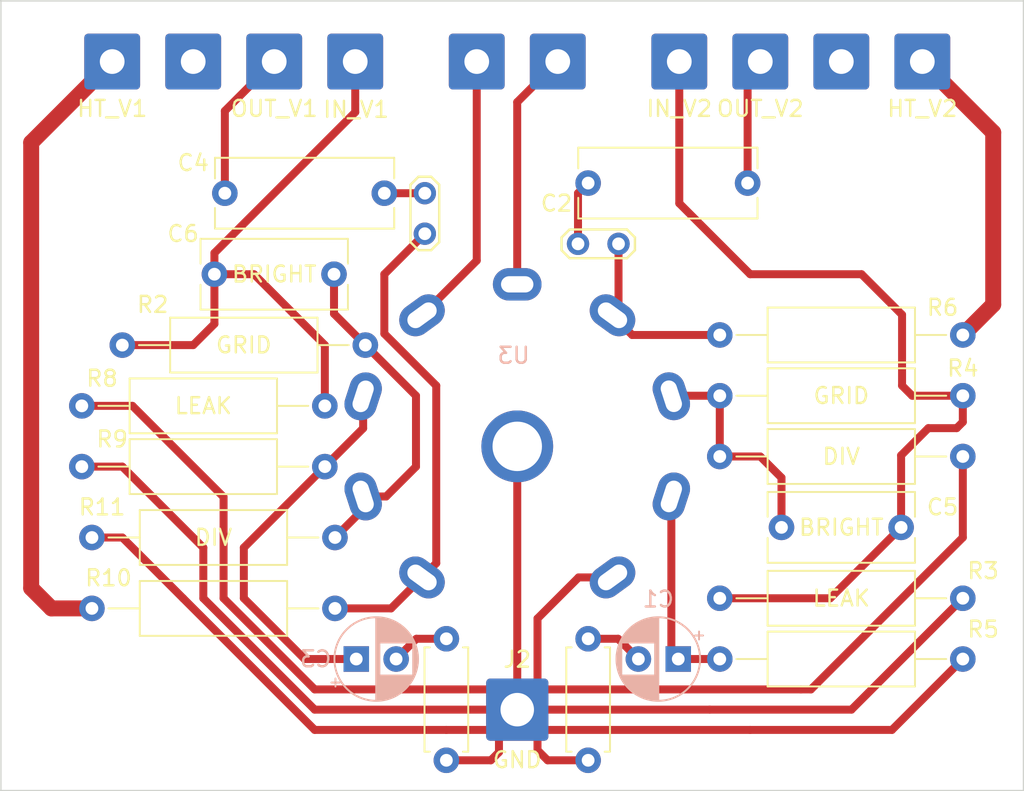
<source format=kicad_pcb>
(kicad_pcb (version 20221018) (generator pcbnew)
  (layers (0 "F.Cu" signal) (31 "B.Cu" signal) (34 "B.Paste" user) (35 "F.Paste" user) (36 "B.SilkS" user "B.Silkscreen") (37 "F.SilkS" user "F.Silkscreen") (38 "B.Mask" user) (39 "F.Mask" user) (44 "Edge.Cuts" user))
  (net 0 "")
  (net 1 "GND")
  (net 2 "Net-(U3A-K)")
  (net 3 "Net-(U3A-A)")
  (net 4 "Net-(J8-Pin_1)")
  (net 5 "Net-(U3B-K)")
  (net 6 "Net-(U3B-A)")
  (net 7 "Net-(J5-Pin_1)")
  (net 8 "-3V3")
  (net 9 "+3V0")
  (net 10 "Net-(J1-Pin_1)")
  (net 11 "Net-(U3A-G)")
  (net 12 "Net-(J7-Pin_1)")
  (net 13 "Net-(U3B-G)")
  (net 14 "Net-(C1-Pad2)")
  (net 15 "Net-(C3-Pad2)")
  (net 16 "Net-(J9-Pin_1)")
  (net 17 "Net-(J10-Pin_1)")
  (net 18 "Net-(C2-Pad1)")
  (net 19 "Net-(C4-Pad1)")
  (footprint "Resistor_THT:R_Axial_DIN0309_L9.0mm_D3.2mm_P15.24mm_Horizontal" (layer "F.Cu") (at 116.205 106.68)
    (fp_text reference "R8" (at 1.27 -1.72) (layer "F.SilkS"))
    (fp_text value "LEAK" (at 7.62 0) (layer "F.SilkS"))
    (pad "1" thru_hole circle (at 0 0) (size 1.6 1.6) (drill 0.8) (layers "*.Cu" "*.Mask") (net 1 "GND"))
    (pad "2" thru_hole oval (at 15.24 0) (size 1.6 1.6) (drill 0.8) (layers "*.Cu" "*.Mask") (net 12 "Net-(J7-Pin_1)"))
  )
  (footprint "Capacitor_THT:C_Rect_L11.0mm_W4.2mm_P10.00mm_MKT" (layer "F.Cu") (at 147.955 92.71)
    (fp_text reference "C2" (at -1.985 1.27) (layer "F.SilkS"))
    (fp_text value "22n")
    (pad "1" thru_hole circle (at 0 0) (size 1.6 1.6) (drill 0.8) (layers "*.Cu" "*.Mask") (net 18 "Net-(C2-Pad1)"))
    (pad "2" thru_hole circle (at 10 0) (size 1.6 1.6) (drill 0.8) (layers "*.Cu" "*.Mask") (net 4 "Net-(J8-Pin_1)"))
  )
  (footprint "Connector_Wire:SolderWire-0.75sqmm_1x01_D1.25mm_OD3.5mm" (layer "F.Cu") (at 168.91 85.09)
    (fp_text reference "J9" hide)
    (fp_text value "HT_V2" (at 0 2.95) (layer "F.SilkS"))
    (pad "1" thru_hole roundrect (at 0 0) (size 3.5 3.5) (drill 1.55) (layers "*.Cu" "*.Mask") (roundrect_rratio 0.07142914286) (net 16 "Net-(J9-Pin_1)"))
  )
  (footprint "Connector_Wire:SolderWire-0.75sqmm_1x01_D1.25mm_OD3.5mm" (layer "F.Cu") (at 133.35 85.09)
    (fp_text reference "J7" hide)
    (fp_text value "IN_V1" (at 0.05437 3.007068) (layer "F.SilkS"))
    (pad "1" thru_hole roundrect (at 0 0) (size 3.5 3.5) (drill 1.55) (layers "*.Cu" "*.Mask") (roundrect_rratio 0.07142914286) (net 12 "Net-(J7-Pin_1)"))
  )
  (footprint "Resistor_THT:R_Axial_DIN0309_L9.0mm_D3.2mm_P15.24mm_Horizontal" (layer "F.Cu") (at 116.84 119.38)
    (fp_text reference "R10" (at 1.04 -1.905) (layer "F.SilkS"))
    (fp_text value "220K")
    (pad "1" thru_hole circle (at 0 0) (size 1.6 1.6) (drill 0.8) (layers "*.Cu" "*.Mask") (net 17 "Net-(J10-Pin_1)"))
    (pad "2" thru_hole oval (at 15.24 0) (size 1.6 1.6) (drill 0.8) (layers "*.Cu" "*.Mask") (net 6 "Net-(U3B-A)"))
  )
  (footprint "Connector_Wire:SolderWire-0.75sqmm_1x01_D1.25mm_OD3.5mm" (layer "F.Cu") (at 118.11 85.09)
    (fp_text reference "J10" hide)
    (fp_text value "HT_V1" (at 0 2.95) (layer "F.SilkS"))
    (pad "1" thru_hole roundrect (at 0 0) (size 3.5 3.5) (drill 1.55) (layers "*.Cu" "*.Mask") (roundrect_rratio 0.07142914286) (net 17 "Net-(J10-Pin_1)"))
  )
  (footprint "Resistor_THT:R_Axial_DIN0207_L6.3mm_D2.5mm_P7.62mm_Horizontal" (layer "F.Cu") (at 139.065 121.285 -90)
    (fp_text reference "R12" hide)
    (fp_text value "100")
    (pad "1" thru_hole circle (at 0 0 270) (size 1.6 1.6) (drill 0.8) (layers "*.Cu" "*.Mask") (net 15 "Net-(C3-Pad2)"))
    (pad "2" thru_hole oval (at 7.62 0 270) (size 1.6 1.6) (drill 0.8) (layers "*.Cu" "*.Mask") (net 1 "GND"))
  )
  (footprint "Connector_Wire:SolderWire-1.5sqmm_1x01_D1.7mm_OD3.9mm" (layer "F.Cu") (at 143.51 125.73)
    (fp_text reference "J2" (at 0 -3.15) (layer "F.SilkS"))
    (fp_text value "GND" (at 0 3.15) (layer "F.SilkS"))
    (pad "1" thru_hole roundrect (at 0 0) (size 3.9 3.9) (drill 2.1) (layers "*.Cu" "*.Mask") (roundrect_rratio 0.06410307692) (net 1 "GND"))
  )
  (footprint "TestPoint:TestPoint_2Pads_Pitch2.54mm_Drill0.8mm" (layer "F.Cu") (at 137.715 93.345 -90)
    (fp_text reference "TP4" hide)
    (fp_text value "TestPoint_2Pole" hide)
    (pad "1" thru_hole circle (at 0 0 270) (size 1.4 1.4) (drill 0.8) (layers "*.Cu" "*.Mask") (net 19 "Net-(C4-Pad1)"))
    (pad "2" thru_hole circle (at 2.54 0 270) (size 1.4 1.4) (drill 0.8) (layers "*.Cu" "*.Mask") (net 6 "Net-(U3B-A)"))
  )
  (footprint "TestPoint:TestPoint_2Pads_Pitch2.54mm_Drill0.8mm" (layer "F.Cu") (at 147.32 96.52)
    (fp_text reference "TP3" hide)
    (fp_text value "TestPoint_2Pole" hide)
    (pad "1" thru_hole circle (at 0 0) (size 1.4 1.4) (drill 0.8) (layers "*.Cu" "*.Mask") (net 18 "Net-(C2-Pad1)"))
    (pad "2" thru_hole circle (at 2.54 0) (size 1.4 1.4) (drill 0.8) (layers "*.Cu" "*.Mask") (net 3 "Net-(U3A-A)"))
  )
  (footprint "Connector_Wire:SolderWire-0.75sqmm_1x01_D1.25mm_OD3.5mm" (layer "F.Cu") (at 128.27 85.09)
    (fp_text reference "J5" hide)
    (fp_text value "OUT_V1" (at 0 2.95) (layer "F.SilkS"))
    (pad "1" thru_hole roundrect (at 0 0) (size 3.5 3.5) (drill 1.55) (layers "*.Cu" "*.Mask") (roundrect_rratio 0.07142914286) (net 7 "Net-(J5-Pin_1)"))
  )
  (footprint "Resistor_THT:R_Axial_DIN0207_L6.3mm_D2.5mm_P7.62mm_Horizontal" (layer "F.Cu") (at 147.955 121.285 -90)
    (fp_text reference "R7" hide)
    (fp_text value "100")
    (pad "1" thru_hole circle (at 0 0 270) (size 1.6 1.6) (drill 0.8) (layers "*.Cu" "*.Mask") (net 14 "Net-(C1-Pad2)"))
    (pad "2" thru_hole oval (at 7.62 0 270) (size 1.6 1.6) (drill 0.8) (layers "*.Cu" "*.Mask") (net 1 "GND"))
  )
  (footprint "Connector_Wire:SolderWire-0.75sqmm_1x01_D1.25mm_OD3.5mm" (layer "F.Cu") (at 123.19 85.09 180)
    (fp_text reference "J4" hide)
    (fp_text value "BL")
    (pad "1" thru_hole roundrect (at 0 0 180) (size 3.5 3.5) (drill 1.55) (layers "*.Cu" "*.Mask") (roundrect_rratio 0.071429))
  )
  (footprint "Resistor_THT:R_Axial_DIN0309_L9.0mm_D3.2mm_P15.24mm_Horizontal" (layer "F.Cu") (at 156.21 122.555)
    (fp_text reference "R5" (at 16.514343 -1.861852) (layer "F.SilkS"))
    (fp_text value "1.8K")
    (pad "1" thru_hole circle (at 0 0) (size 1.6 1.6) (drill 0.8) (layers "*.Cu" "*.Mask") (net 2 "Net-(U3A-K)"))
    (pad "2" thru_hole oval (at 15.24 0) (size 1.6 1.6) (drill 0.8) (layers "*.Cu" "*.Mask") (net 1 "GND"))
  )
  (footprint "Capacitor_THT:C_Rect_L9.0mm_W4.2mm_P7.50mm_MKT" (layer "F.Cu") (at 124.52 98.425)
    (fp_text reference "C6" (at -1.965 -2.54) (layer "F.SilkS"))
    (fp_text value "BRIGHT" (at 3.75 0) (layer "F.SilkS"))
    (pad "1" thru_hole circle (at 0 0) (size 1.6 1.6) (drill 0.8) (layers "*.Cu" "*.Mask") (net 12 "Net-(J7-Pin_1)"))
    (pad "2" thru_hole circle (at 7.5 0) (size 1.6 1.6) (drill 0.8) (layers "*.Cu" "*.Mask") (net 13 "Net-(U3B-G)"))
  )
  (footprint "Resistor_THT:R_Axial_DIN0309_L9.0mm_D3.2mm_P15.24mm_Horizontal" (layer "F.Cu") (at 118.745 102.87)
    (fp_text reference "R2" (at 1.905 -2.54) (layer "F.SilkS"))
    (fp_text value "GRID" (at 7.62 0) (layer "F.SilkS"))
    (pad "1" thru_hole circle (at 0 0) (size 1.6 1.6) (drill 0.8) (layers "*.Cu" "*.Mask") (net 12 "Net-(J7-Pin_1)"))
    (pad "2" thru_hole oval (at 15.24 0) (size 1.6 1.6) (drill 0.8) (layers "*.Cu" "*.Mask") (net 13 "Net-(U3B-G)"))
  )
  (footprint "Capacitor_THT:C_Rect_L9.0mm_W4.2mm_P7.50mm_MKT" (layer "F.Cu") (at 167.58 114.3 180)
    (fp_text reference "C5" (at -2.6 1.27) (layer "F.SilkS"))
    (fp_text value "BRIGHT" (at 3.75 0) (layer "F.SilkS"))
    (pad "1" thru_hole circle (at 0 0 180) (size 1.6 1.6) (drill 0.8) (layers "*.Cu" "*.Mask") (net 10 "Net-(J1-Pin_1)"))
    (pad "2" thru_hole circle (at 7.5 0 180) (size 1.6 1.6) (drill 0.8) (layers "*.Cu" "*.Mask") (net 11 "Net-(U3A-G)"))
  )
  (footprint "Resistor_THT:R_Axial_DIN0309_L9.0mm_D3.2mm_P15.24mm_Horizontal" (layer "F.Cu") (at 156.21 118.745)
    (fp_text reference "R3" (at 16.51 -1.72) (layer "F.SilkS"))
    (fp_text value "LEAK" (at 7.62 0) (layer "F.SilkS"))
    (pad "1" thru_hole circle (at 0 0) (size 1.6 1.6) (drill 0.8) (layers "*.Cu" "*.Mask") (net 10 "Net-(J1-Pin_1)"))
    (pad "2" thru_hole oval (at 15.24 0) (size 1.6 1.6) (drill 0.8) (layers "*.Cu" "*.Mask") (net 1 "GND"))
  )
  (footprint "MountingHole:MountingHole_3.2mm_M3" (layer "F.Cu") (at 164.465 93.98)
    (fp_text reference "H1" hide)
    (fp_text value "MountingHole" hide)
    (pad "" np_thru_hole circle (at 0 0) (size 3.2 3.2) (drill 3.2) (layers "*.Cu" "*.Mask"))
  )
  (footprint "MountingHole:MountingHole_3.2mm_M3" (layer "F.Cu") (at 120.65 125.73)
    (fp_text reference "H2" hide)
    (fp_text value "MountingHole" hide)
    (pad "" np_thru_hole circle (at 0 0) (size 3.2 3.2) (drill 3.2) (layers "*.Cu" "*.Mask"))
  )
  (footprint "Connector_Wire:SolderWire-0.75sqmm_1x01_D1.25mm_OD3.5mm" (layer "F.Cu") (at 158.75 85.09)
    (fp_text reference "J8" hide)
    (fp_text value "OUT_V2" (at 0 2.95) (layer "F.SilkS"))
    (pad "1" thru_hole roundrect (at 0 0) (size 3.5 3.5) (drill 1.55) (layers "*.Cu" "*.Mask") (roundrect_rratio 0.07142914286) (net 4 "Net-(J8-Pin_1)"))
  )
  (footprint "Connector_Wire:SolderWire-0.75sqmm_1x01_D1.25mm_OD3.5mm" (layer "F.Cu") (at 146.05 85.09)
    (fp_text reference "J6" hide)
    (fp_text value "ACFIL")
    (pad "1" thru_hole roundrect (at 0 0) (size 3.5 3.5) (drill 1.55) (layers "*.Cu" "*.Mask") (roundrect_rratio 0.07142914286) (net 9 "+3V0"))
  )
  (footprint "Resistor_THT:R_Axial_DIN0309_L9.0mm_D3.2mm_P15.24mm_Horizontal" (layer "F.Cu") (at 116.84 114.935)
    (fp_text reference "R11" (at 0.635 -1.905) (layer "F.SilkS"))
    (fp_text value "DIV" (at 7.62 0) (layer "F.SilkS"))
    (pad "1" thru_hole circle (at 0 0) (size 1.6 1.6) (drill 0.8) (layers "*.Cu" "*.Mask") (net 1 "GND"))
    (pad "2" thru_hole oval (at 15.24 0) (size 1.6 1.6) (drill 0.8) (layers "*.Cu" "*.Mask") (net 13 "Net-(U3B-G)"))
  )
  (footprint "Connector_Wire:SolderWire-0.75sqmm_1x01_D1.25mm_OD3.5mm" (layer "F.Cu") (at 153.67 85.09)
    (fp_text reference "J1" hide)
    (fp_text value "IN_V2" (at 0 2.95) (layer "F.SilkS"))
    (pad "1" thru_hole roundrect (at 0 0) (size 3.5 3.5) (drill 1.55) (layers "*.Cu" "*.Mask") (roundrect_rratio 0.07142914286) (net 10 "Net-(J1-Pin_1)"))
  )
  (footprint "Capacitor_THT:C_Rect_L11.0mm_W4.2mm_P10.00mm_MKT" (layer "F.Cu") (at 135.175 93.345 180)
    (fp_text reference "C4" (at 11.985 1.905 180) (layer "F.SilkS"))
    (fp_text value "22n")
    (pad "1" thru_hole circle (at 0 0 180) (size 1.6 1.6) (drill 0.8) (layers "*.Cu" "*.Mask") (net 19 "Net-(C4-Pad1)"))
    (pad "2" thru_hole circle (at 10 0 180) (size 1.6 1.6) (drill 0.8) (layers "*.Cu" "*.Mask") (net 7 "Net-(J5-Pin_1)"))
  )
  (footprint "Resistor_THT:R_Axial_DIN0309_L9.0mm_D3.2mm_P15.24mm_Horizontal" (layer "F.Cu") (at 171.45 109.855 180)
    (fp_text reference "R1" hide)
    (fp_text value "DIV" (at 7.62 0) (layer "F.SilkS"))
    (pad "1" thru_hole circle (at 0 0 180) (size 1.6 1.6) (drill 0.8) (layers "*.Cu" "*.Mask") (net 1 "GND"))
    (pad "2" thru_hole oval (at 15.24 0 180) (size 1.6 1.6) (drill 0.8) (layers "*.Cu" "*.Mask") (net 11 "Net-(U3A-G)"))
  )
  (footprint "Resistor_THT:R_Axial_DIN0309_L9.0mm_D3.2mm_P15.24mm_Horizontal" (layer "F.Cu") (at 131.445 110.49 180)
    (fp_text reference "R9" (at 13.335 1.72) (layer "F.SilkS"))
    (fp_text value "1.8K")
    (pad "1" thru_hole circle (at 0 0 180) (size 1.6 1.6) (drill 0.8) (layers "*.Cu" "*.Mask") (net 5 "Net-(U3B-K)"))
    (pad "2" thru_hole oval (at 15.24 0 180) (size 1.6 1.6) (drill 0.8) (layers "*.Cu" "*.Mask") (net 1 "GND"))
  )
  (footprint "Resistor_THT:R_Axial_DIN0309_L9.0mm_D3.2mm_P15.24mm_Horizontal" (layer "F.Cu") (at 171.45 106.045 180)
    (fp_text reference "R4" (at 0 1.72) (layer "F.SilkS"))
    (fp_text value "GRID" (at 7.62 0) (layer "F.SilkS"))
    (pad "1" thru_hole circle (at 0 0 180) (size 1.6 1.6) (drill 0.8) (layers "*.Cu" "*.Mask") (net 10 "Net-(J1-Pin_1)"))
    (pad "2" thru_hole oval (at 15.24 0 180) (size 1.6 1.6) (drill 0.8) (layers "*.Cu" "*.Mask") (net 11 "Net-(U3A-G)"))
  )
  (footprint "Connector_Wire:SolderWire-0.75sqmm_1x01_D1.25mm_OD3.5mm" (layer "F.Cu") (at 163.83 85.09 180)
    (fp_text reference "J11" hide)
    (fp_text value "BL")
    (pad "1" thru_hole roundrect (at 0 0 180) (size 3.5 3.5) (drill 1.55) (layers "*.Cu" "*.Mask") (roundrect_rratio 0.071429))
  )
  (footprint "Connector_Wire:SolderWire-0.75sqmm_1x01_D1.25mm_OD3.5mm" (layer "F.Cu") (at 140.97 85.09)
    (fp_text reference "J3" hide)
    (fp_text value "ACFIL")
    (pad "1" thru_hole roundrect (at 0 0) (size 3.5 3.5) (drill 1.55) (layers "*.Cu" "*.Mask") (roundrect_rratio 0.07142914286) (net 8 "-3V3"))
  )
  (footprint "Resistor_THT:R_Axial_DIN0309_L9.0mm_D3.2mm_P15.24mm_Horizontal" (layer "F.Cu") (at 171.45 102.235 180)
    (fp_text reference "R6" (at 1.27 1.72 180) (layer "F.SilkS"))
    (fp_text value "220K")
    (pad "1" thru_hole circle (at 0 0 180) (size 1.6 1.6) (drill 0.8) (layers "*.Cu" "*.Mask") (net 16 "Net-(J9-Pin_1)"))
    (pad "2" thru_hole oval (at 15.24 0 180) (size 1.6 1.6) (drill 0.8) (layers "*.Cu" "*.Mask") (net 3 "Net-(U3A-A)"))
  )
  (footprint "Valve:Valve_6N2P" (layer "B.Cu") (at 140.06 113.97 180)
    (fp_text reference "U3" (at -3.221113 10.450316) (layer "B.SilkS") (effects (justify mirror)))
    (fp_text value "ECC83" hide)
    (pad "1" thru_hole oval (at 2.521898 -3.469612 234) (size 2.03 3.05) (drill oval 1.02 2.03) (layers "*.Cu" "*.Mask") (net 6 "Net-(U3B-A)"))
    (pad "2" thru_hole oval (at 6.21183 1.607604 198) (size 2.03 3.05) (drill oval 1.02 2.03) (layers "*.Cu" "*.Mask") (net 13 "Net-(U3B-G)"))
    (pad "3" thru_hole oval (at 6.213639 7.886829 162) (size 2.03 3.05) (drill oval 1.02 2.03) (layers "*.Cu" "*.Mask") (net 5 "Net-(U3B-K)"))
    (pad "4" thru_hole oval (at 2.521898 12.969613 126) (size 2.03 3.05) (drill oval 1.02 2.03) (layers "*.Cu" "*.Mask") (net 8 "-3V3"))
    (pad "5" thru_hole oval (at -3.447073 14.91 90) (size 2.03 3.05) (drill oval 1.02 2.03) (layers "*.Cu" "*.Mask") (net 9 "+3V0"))
    (pad "6" thru_hole oval (at -9.421898 12.969613 234) (size 2.03 3.05) (drill oval 1.02 2.03) (layers "*.Cu" "*.Mask") (net 3 "Net-(U3A-A)"))
    (pad "7" thru_hole oval (at -13.11183 7.892396 198) (size 2.03 3.05) (drill oval 1.02 2.03) (layers "*.Cu" "*.Mask") (net 11 "Net-(U3A-G)"))
    (pad "8" thru_hole oval (at -13.112734 1.610388 162) (size 2.03 3.05) (drill oval 1.02 2.03) (layers "*.Cu" "*.Mask") (net 2 "Net-(U3A-K)"))
    (pad "9" thru_hole oval (at -9.424266 -3.467892 126) (size 2.03 3.05) (drill oval 1.02 2.03) (layers "*.Cu" "*.Mask") (net 1 "GND"))
    (pad "9" thru_hole circle (at -3.45 4.75 180) (size 4.5 4.5) (drill 3.1) (layers "*.Cu" "*.Mask") (net 1 "GND"))
  )
  (footprint "Capacitor_THT:CP_Radial_D5.0mm_P2.50mm" (layer "B.Cu") (at 133.414888 122.555)
    (fp_text reference "C3" (at -2.54 0) (layer "B.SilkS") (effects (justify mirror)))
    (fp_text value "1µF" hide)
    (pad "1" thru_hole rect (at 0 0) (size 1.6 1.6) (drill 0.8) (layers "*.Cu" "*.Mask") (net 5 "Net-(U3B-K)"))
    (pad "2" thru_hole circle (at 2.5 0) (size 1.6 1.6) (drill 0.8) (layers "*.Cu" "*.Mask") (net 15 "Net-(C3-Pad2)"))
  )
  (footprint "Capacitor_THT:CP_Radial_D5.0mm_P2.50mm" (layer "B.Cu") (at 153.605113 122.555 180)
    (fp_text reference "C1" (at 1.25 3.75) (layer "B.SilkS") (effects (justify mirror)))
    (fp_text value "0.1µF" hide)
    (pad "1" thru_hole rect (at 0 0 180) (size 1.6 1.6) (drill 0.8) (layers "*.Cu" "*.Mask") (net 2 "Net-(U3A-K)"))
    (pad "2" thru_hole circle (at 2.5 0 180) (size 1.6 1.6) (drill 0.8) (layers "*.Cu" "*.Mask") (net 14 "Net-(C1-Pad2)"))
  )
  (gr_line (start 111.125 81.28) (end 175.26 81.28) (stroke (width 0.1)) (layer "Edge.Cuts"))
  (gr_line (start 111.125 130.81) (end 111.125 81.28) (stroke (width 0.1)) (layer "Edge.Cuts"))
  (gr_line (start 175.26 130.81) (end 111.125 130.81) (stroke (width 0.1)) (layer "Edge.Cuts"))
  (gr_line (start 175.26 81.28) (end 175.26 130.81) (stroke (width 0.1)) (layer "Edge.Cuts"))
  (segment (start 125.095 118.745) (end 130.81 124.46) (width 0.5) (layer "F.Cu") (net 1))
  (segment (start 143.51 125.73) (end 142.3632 126.8768) (width 0.5) (layer "F.Cu") (net 1))
  (segment (start 119.38 106.68) (end 116.205 106.68) (width 0.5) (layer "F.Cu") (net 1))
  (segment (start 123.825 115.57) (end 118.745 110.49) (width 0.5) (layer "F.Cu") (net 1))
  (segment (start 155.575 125.73) (end 143.51 125.73) (width 0.5) (layer "F.Cu") (net 1))
  (segment (start 145.415 128.905) (end 144.78 128.27) (width 0.5) (layer "F.Cu") (net 1))
  (segment (start 142.24 124.46) (end 143.51 125.73) (width 0.5) (layer "F.Cu") (net 1))
  (segment (start 171.45 118.745) (end 164.465 125.73) (width 0.5) (layer "F.Cu") (net 1))
  (segment (start 147.357108 117.437892) (end 149.484266 117.437892) (width 0.5) (layer "F.Cu") (net 1))
  (segment (start 161.29 124.46) (end 144.78 124.46) (width 0.5) (layer "F.Cu") (net 1))
  (segment (start 142.3632 126.8768) (end 142.3632 128.397) (width 0.5) (layer "F.Cu") (net 1))
  (segment (start 122.555 118.745) (end 118.745 114.935) (width 0.5) (layer "F.Cu") (net 1))
  (segment (start 139.065 128.905) (end 141.8552 128.905) (width 0.5) (layer "F.Cu") (net 1))
  (segment (start 139.065 127) (end 142.24 127) (width 0.5) (layer "F.Cu") (net 1))
  (segment (start 147.955 128.905) (end 145.415 128.905) (width 0.5) (layer "F.Cu") (net 1))
  (segment (start 147.357108 117.437892) (end 144.78 120.015) (width 0.5) (layer "F.Cu") (net 1))
  (segment (start 171.45 109.855) (end 171.45 114.935) (width 0.5) (layer "F.Cu") (net 1))
  (segment (start 130.81 127) (end 139.065 127) (width 0.5) (layer "F.Cu") (net 1))
  (segment (start 143.51 109.22) (end 143.51 125.73) (width 0.5) (layer "F.Cu") (net 1))
  (segment (start 123.825 118.745) (end 123.825 115.57) (width 0.5) (layer "F.Cu") (net 1))
  (segment (start 164.465 125.73) (end 155.575 125.73) (width 0.5) (layer "F.Cu") (net 1))
  (segment (start 130.81 125.73) (end 143.51 125.73) (width 0.5) (layer "F.Cu") (net 1))
  (segment (start 123.825 118.745) (end 130.81 125.73) (width 0.5) (layer "F.Cu") (net 1))
  (segment (start 144.78 120.015) (end 144.78 124.46) (width 0.5) (layer "F.Cu") (net 1))
  (segment (start 141.8552 128.905) (end 142.3632 128.397) (width 0.5) (layer "F.Cu") (net 1))
  (segment (start 158.115 127) (end 144.78 127) (width 0.5) (layer "F.Cu") (net 1))
  (segment (start 122.555 118.745) (end 130.81 127) (width 0.5) (layer "F.Cu") (net 1))
  (segment (start 143.51 125.73) (end 143.51 124.46) (width 0.5) (layer "F.Cu") (net 1))
  (segment (start 125.095 112.395) (end 119.38 106.68) (width 0.5) (layer "F.Cu") (net 1))
  (segment (start 144.78 124.46) (end 143.51 125.73) (width 0.5) (layer "F.Cu") (net 1))
  (segment (start 118.745 110.49) (end 116.205 110.49) (width 0.5) (layer "F.Cu") (net 1))
  (segment (start 161.925 124.46) (end 161.29 124.46) (width 0.5) (layer "F.Cu") (net 1))
  (segment (start 130.81 124.46) (end 142.24 124.46) (width 0.5) (layer "F.Cu") (net 1))
  (segment (start 171.45 114.935) (end 161.925 124.46) (width 0.5) (layer "F.Cu") (net 1))
  (segment (start 171.45 122.555) (end 167.005 127) (width 0.5) (layer "F.Cu") (net 1))
  (segment (start 144.78 127) (end 143.51 125.73) (width 0.5) (layer "F.Cu") (net 1))
  (segment (start 125.095 118.745) (end 125.095 112.395) (width 0.5) (layer "F.Cu") (net 1))
  (segment (start 142.24 127) (end 143.51 125.73) (width 0.5) (layer "F.Cu") (net 1))
  (segment (start 167.005 127) (end 158.115 127) (width 0.5) (layer "F.Cu") (net 1))
  (segment (start 118.745 114.935) (end 116.84 114.935) (width 0.5) (layer "F.Cu") (net 1))
  (segment (start 144.78 128.27) (end 144.78 127) (width 0.5) (layer "F.Cu") (net 1))
  (segment (start 142.24 125.73) (end 143.51 124.46) (width 0.5) (layer "F.Cu") (net 1))
  (segment (start 153.172734 112.359612) (end 153.172734 122.122621) (width 0.5) (layer "F.Cu") (net 2))
  (segment (start 153.605113 122.555) (end 156.21 122.555) (width 0.5) (layer "F.Cu") (net 2))
  (segment (start 153.172734 122.122621) (end 153.605113 122.555) (width 0.5) (layer "F.Cu") (net 2))
  (segment (start 156.21 102.235) (end 150.716511 102.235) (width 0.5) (layer "F.Cu") (net 3))
  (segment (start 149.86 100.622285) (end 149.481898 101.000387) (width 0.5) (layer "F.Cu") (net 3))
  (segment (start 149.86 96.52) (end 149.86 100.622285) (width 0.5) (layer "F.Cu") (net 3))
  (segment (start 150.716511 102.235) (end 149.481898 101.000387) (width 0.5) (layer "F.Cu") (net 3))
  (segment (start 158.75 85.09) (end 157.955 85.885) (width 0.5) (layer "F.Cu") (net 4))
  (segment (start 157.955 85.885) (end 157.955 92.71) (width 0.5) (layer "F.Cu") (net 4))
  (segment (start 130.175 122.555) (end 133.414888 122.555) (width 0.5) (layer "F.Cu") (net 5))
  (segment (start 126.365 115.57) (end 126.365 118.745) (width 0.5) (layer "F.Cu") (net 5))
  (segment (start 131.445 110.49) (end 126.365 115.57) (width 0.5) (layer "F.Cu") (net 5))
  (segment (start 133.846361 108.088639) (end 133.846361 106.083171) (width 0.5) (layer "F.Cu") (net 5))
  (segment (start 131.445 110.49) (end 133.846361 108.088639) (width 0.5) (layer "F.Cu") (net 5))
  (segment (start 126.365 118.745) (end 130.175 122.555) (width 0.5) (layer "F.Cu") (net 5))
  (segment (start 138.43 105.41) (end 138.43 116.547714) (width 0.5) (layer "F.Cu") (net 6))
  (segment (start 132.08 119.38) (end 135.597714 119.38) (width 0.5) (layer "F.Cu") (net 6))
  (segment (start 138.43 116.547714) (end 137.538102 117.439612) (width 0.5) (layer "F.Cu") (net 6))
  (segment (start 137.715 95.885) (end 135.175 98.425) (width 0.5) (layer "F.Cu") (net 6))
  (segment (start 135.175 98.425) (end 135.175 102.155) (width 0.5) (layer "F.Cu") (net 6))
  (segment (start 135.175 102.155) (end 138.43 105.41) (width 0.5) (layer "F.Cu") (net 6))
  (segment (start 135.597714 119.38) (end 137.538102 117.439612) (width 0.5) (layer "F.Cu") (net 6))
  (segment (start 125.175 88.185) (end 128.27 85.09) (width 0.5) (layer "F.Cu") (net 7))
  (segment (start 125.175 93.345) (end 125.175 88.185) (width 0.5) (layer "F.Cu") (net 7))
  (segment (start 140.97 85.09) (end 140.97 97.568489) (width 0.5) (layer "F.Cu") (net 8))
  (segment (start 140.97 97.568489) (end 137.538102 101.000387) (width 0.5) (layer "F.Cu") (net 8))
  (segment (start 146.05 85.09) (end 143.507073 87.632927) (width 0.5) (layer "F.Cu") (net 9))
  (segment (start 143.507073 87.632927) (end 143.507073 99.06) (width 0.5) (layer "F.Cu") (net 9))
  (segment (start 156.21 118.745) (end 163.135 118.745) (width 0.5) (layer "F.Cu") (net 10))
  (segment (start 171.45 107.6922) (end 171.45 106.045) (width 0.5) (layer "F.Cu") (net 10))
  (segment (start 153.67 85.09) (end 153.67 93.98) (width 0.5) (layer "F.Cu") (net 10))
  (segment (start 165.1 98.425) (end 167.64 100.965) (width 0.5) (layer "F.Cu") (net 10))
  (segment (start 167.58 109.7842) (end 169.2872 108.077) (width 0.5) (layer "F.Cu") (net 10))
  (segment (start 168.275 106.045) (end 171.45 106.045) (width 0.5) (layer "F.Cu") (net 10))
  (segment (start 163.135 118.745) (end 167.58 114.3) (width 0.5) (layer "F.Cu") (net 10))
  (segment (start 158.115 98.425) (end 165.1 98.425) (width 0.5) (layer "F.Cu") (net 10))
  (segment (start 153.67 93.98) (end 158.115 98.425) (width 0.5) (layer "F.Cu") (net 10))
  (segment (start 171.0652 108.077) (end 171.45 107.6922) (width 0.5) (layer "F.Cu") (net 10))
  (segment (start 167.58 114.3) (end 167.58 109.7842) (width 0.5) (layer "F.Cu") (net 10))
  (segment (start 167.64 105.41) (end 168.275 106.045) (width 0.5) (layer "F.Cu") (net 10))
  (segment (start 169.2872 108.077) (end 171.0652 108.077) (width 0.5) (layer "F.Cu") (net 10))
  (segment (start 167.64 100.965) (end 167.64 105.41) (width 0.5) (layer "F.Cu") (net 10))
  (segment (start 156.21 106.045) (end 153.204434 106.045) (width 0.5) (layer "F.Cu") (net 11))
  (segment (start 160.08 111.185) (end 160.08 114.3) (width 0.5) (layer "F.Cu") (net 11))
  (segment (start 158.75 109.855) (end 160.08 111.185) (width 0.5) (layer "F.Cu") (net 11))
  (segment (start 156.21 109.855) (end 158.75 109.855) (width 0.5) (layer "F.Cu") (net 11))
  (segment (start 156.21 106.045) (end 156.21 109.855) (width 0.5) (layer "F.Cu") (net 11))
  (segment (start 153.204434 106.045) (end 153.17183 106.077604) (width 0.5) (layer "F.Cu") (net 11))
  (segment (start 124.52 98.425) (end 124.52 97.095) (width 0.5) (layer "F.Cu") (net 12))
  (segment (start 127 98.425) (end 124.52 98.425) (width 0.5) (layer "F.Cu") (net 12))
  (segment (start 131.445 102.87) (end 127 98.425) (width 0.5) (layer "F.Cu") (net 12))
  (segment (start 123.19 102.87) (end 124.52 101.54) (width 0.5) (layer "F.Cu") (net 12))
  (segment (start 124.52 101.54) (end 124.52 98.425) (width 0.5) (layer "F.Cu") (net 12))
  (segment (start 133.35 88.265) (end 133.35 85.09) (width 0.5) (layer "F.Cu") (net 12))
  (segment (start 118.745 102.87) (end 123.19 102.87) (width 0.5) (layer "F.Cu") (net 12))
  (segment (start 131.445 106.68) (end 131.445 102.87) (width 0.5) (layer "F.Cu") (net 12))
  (segment (start 124.52 97.095) (end 133.35 88.265) (width 0.5) (layer "F.Cu") (net 12))
  (segment (start 133.985 102.87) (end 137.16 106.045) (width 0.5) (layer "F.Cu") (net 13))
  (segment (start 132.02 100.905) (end 133.985 102.87) (width 0.5) (layer "F.Cu") (net 13))
  (segment (start 137.16 110.49) (end 135.287604 112.362396) (width 0.5) (layer "F.Cu") (net 13))
  (segment (start 132.08 114.935) (end 133.84817 113.16683) (width 0.5) (layer "F.Cu") (net 13))
  (segment (start 132.02 98.425) (end 132.02 100.905) (width 0.5) (layer "F.Cu") (net 13))
  (segment (start 137.16 106.045) (end 137.16 110.49) (width 0.5) (layer "F.Cu") (net 13))
  (segment (start 133.84817 113.16683) (end 133.84817 112.362396) (width 0.5) (layer "F.Cu") (net 13))
  (segment (start 135.287604 112.362396) (end 133.84817 112.362396) (width 0.5) (layer "F.Cu") (net 13))
  (segment (start 149.835113 121.285) (end 151.105113 122.555) (width 0.5) (layer "F.Cu") (net 14))
  (segment (start 147.955 121.285) (end 149.835113 121.285) (width 0.5) (layer "F.Cu") (net 14))
  (segment (start 137.184888 121.285) (end 135.914888 122.555) (width 0.5) (layer "F.Cu") (net 15))
  (segment (start 139.065 121.285) (end 137.184888 121.285) (width 0.5) (layer "F.Cu") (net 15))
  (segment (start 171.45 102.235) (end 173.355 100.33) (width 1) (layer "F.Cu") (net 16))
  (segment (start 173.355 89.535) (end 168.91 85.09) (width 1) (layer "F.Cu") (net 16))
  (segment (start 173.355 100.33) (end 173.355 89.535) (width 1) (layer "F.Cu") (net 16))
  (segment (start 114.3 119.38) (end 113.03 118.11) (width 1) (layer "F.Cu") (net 17))
  (segment (start 113.03 118.11) (end 113.03 90.17) (width 1) (layer "F.Cu") (net 17))
  (segment (start 116.84 119.38) (end 114.3 119.38) (width 1) (layer "F.Cu") (net 17))
  (segment (start 113.03 90.17) (end 118.11 85.09) (width 1) (layer "F.Cu") (net 17))
  (segment (start 147.32 96.52) (end 147.32 93.345) (width 0.5) (layer "F.Cu") (net 18))
  (segment (start 147.32 93.345) (end 147.955 92.71) (width 0.5) (layer "F.Cu") (net 18))
  (segment (start 135.175 93.345) (end 137.715 93.345) (width 0.5) (layer "F.Cu") (net 19))
)
</source>
